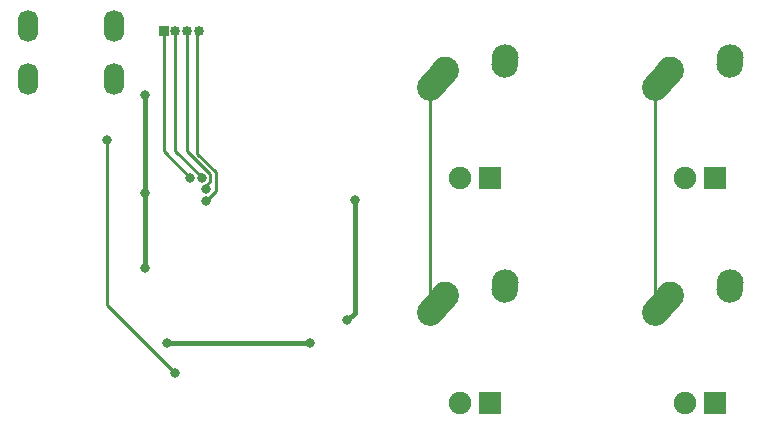
<source format=gtl>
%TF.GenerationSoftware,KiCad,Pcbnew,7.0.10*%
%TF.CreationDate,2024-01-31T10:21:27-06:00*%
%TF.ProjectId,Keyboard3x3,4b657962-6f61-4726-9433-78332e6b6963,rev?*%
%TF.SameCoordinates,Original*%
%TF.FileFunction,Copper,L1,Top*%
%TF.FilePolarity,Positive*%
%FSLAX46Y46*%
G04 Gerber Fmt 4.6, Leading zero omitted, Abs format (unit mm)*
G04 Created by KiCad (PCBNEW 7.0.10) date 2024-01-31 10:21:27*
%MOMM*%
%LPD*%
G01*
G04 APERTURE LIST*
G04 Aperture macros list*
%AMHorizOval*
0 Thick line with rounded ends*
0 $1 width*
0 $2 $3 position (X,Y) of the first rounded end (center of the circle)*
0 $4 $5 position (X,Y) of the second rounded end (center of the circle)*
0 Add line between two ends*
20,1,$1,$2,$3,$4,$5,0*
0 Add two circle primitives to create the rounded ends*
1,1,$1,$2,$3*
1,1,$1,$4,$5*%
G04 Aperture macros list end*
%TA.AperFunction,ComponentPad*%
%ADD10R,0.850000X0.850000*%
%TD*%
%TA.AperFunction,ComponentPad*%
%ADD11O,0.850000X0.850000*%
%TD*%
%TA.AperFunction,ComponentPad*%
%ADD12HorizOval,2.250000X0.655001X0.730000X-0.655001X-0.730000X0*%
%TD*%
%TA.AperFunction,ComponentPad*%
%ADD13C,2.250000*%
%TD*%
%TA.AperFunction,ComponentPad*%
%ADD14HorizOval,2.250000X0.020000X0.290000X-0.020000X-0.290000X0*%
%TD*%
%TA.AperFunction,ComponentPad*%
%ADD15C,1.905000*%
%TD*%
%TA.AperFunction,ComponentPad*%
%ADD16R,1.905000X1.905000*%
%TD*%
%TA.AperFunction,ComponentPad*%
%ADD17O,1.700000X2.700000*%
%TD*%
%TA.AperFunction,ViaPad*%
%ADD18C,0.800000*%
%TD*%
%TA.AperFunction,Conductor*%
%ADD19C,0.254000*%
%TD*%
%TA.AperFunction,Conductor*%
%ADD20C,0.381000*%
%TD*%
G04 APERTURE END LIST*
D10*
%TO.P,J5,1,Pin_1*%
%TO.N,Net-(J5-Pin_1)*%
X52460000Y-49920000D03*
D11*
%TO.P,J5,2,Pin_2*%
%TO.N,Net-(J5-Pin_2)*%
X53460000Y-49920000D03*
%TO.P,J5,3,Pin_3*%
%TO.N,Net-(J5-Pin_3)*%
X54460000Y-49920000D03*
%TO.P,J5,4,Pin_4*%
%TO.N,Net-(J5-Pin_4)*%
X55460000Y-49920000D03*
%TD*%
D12*
%TO.P,MX3,1,COL*%
%TO.N,COL1*%
X94710001Y-53955000D03*
D13*
X95365000Y-53225000D03*
D14*
%TO.P,MX3,2,ROW*%
%TO.N,Net-(D3-A)*%
X100385000Y-52435000D03*
D13*
X100405000Y-52145000D03*
D15*
%TO.P,MX3,3*%
%TO.N,N/C*%
X96595000Y-62305000D03*
D16*
%TO.P,MX3,4*%
X99135000Y-62305000D03*
%TD*%
D12*
%TO.P,MX1,1,COL*%
%TO.N,COL0*%
X75660001Y-53955000D03*
D13*
X76315000Y-53225000D03*
D14*
%TO.P,MX1,2,ROW*%
%TO.N,Net-(D1-A)*%
X81335000Y-52435000D03*
D13*
X81355000Y-52145000D03*
D15*
%TO.P,MX1,3*%
%TO.N,N/C*%
X77545000Y-62305000D03*
D16*
%TO.P,MX1,4*%
X80085000Y-62305000D03*
%TD*%
D12*
%TO.P,MX2,1,COL*%
%TO.N,COL0*%
X75660001Y-73005000D03*
D13*
X76315000Y-72275000D03*
D14*
%TO.P,MX2,2,ROW*%
%TO.N,Net-(D2-A)*%
X81335000Y-71485000D03*
D13*
X81355000Y-71195000D03*
D15*
%TO.P,MX2,3*%
%TO.N,N/C*%
X77545000Y-81355000D03*
D16*
%TO.P,MX2,4*%
X80085000Y-81355000D03*
%TD*%
D12*
%TO.P,MX4,1,COL*%
%TO.N,COL1*%
X94710001Y-73005000D03*
D13*
X95365000Y-72275000D03*
D14*
%TO.P,MX4,2,ROW*%
%TO.N,Net-(D4-A)*%
X100385000Y-71485000D03*
D13*
X100405000Y-71195000D03*
D15*
%TO.P,MX4,3*%
%TO.N,N/C*%
X96595000Y-81355000D03*
D16*
%TO.P,MX4,4*%
X99135000Y-81355000D03*
%TD*%
D17*
%TO.P,USB1,6,SHIELD*%
%TO.N,GND*%
X48302000Y-49450000D03*
X41002000Y-49450000D03*
X48302000Y-53950000D03*
X41002000Y-53950000D03*
%TD*%
D18*
%TO.N,Net-(J5-Pin_4)*%
X56032854Y-64296716D03*
%TO.N,Net-(J5-Pin_3)*%
X56076072Y-63225364D03*
%TO.N,Net-(J5-Pin_2)*%
X55685003Y-62305000D03*
%TO.N,Net-(J5-Pin_1)*%
X54685000Y-62305000D03*
%TO.N,+5V*%
X50875000Y-63575000D03*
X50875000Y-69925000D03*
X68020000Y-74370000D03*
X68655000Y-64210000D03*
X64845000Y-76275000D03*
X52780000Y-76275000D03*
X50875000Y-55320000D03*
%TO.N,Net-(U1-~{RESET})*%
X53415000Y-78815000D03*
X47700000Y-59130000D03*
%TD*%
D19*
%TO.N,Net-(J5-Pin_4)*%
X55320000Y-50060000D02*
X55460000Y-49920000D01*
X55320000Y-60269811D02*
X55320000Y-50060000D01*
X56866003Y-61815814D02*
X55320000Y-60269811D01*
X56866003Y-63463567D02*
X56866003Y-61815814D01*
X56032854Y-64296716D02*
X56866003Y-63463567D01*
%TO.N,Net-(J5-Pin_2)*%
X53460000Y-60051866D02*
X53460000Y-49920000D01*
%TO.N,Net-(J5-Pin_3)*%
X55792773Y-63225364D02*
X56412003Y-62606134D01*
X56076072Y-63225364D02*
X55792773Y-63225364D01*
X56412003Y-62606134D02*
X56412003Y-62003866D01*
X56412003Y-62003866D02*
X54460000Y-60051863D01*
X54460000Y-60051863D02*
X54460000Y-49920000D01*
%TO.N,Net-(J5-Pin_2)*%
X55685003Y-62305000D02*
X55685003Y-62276869D01*
X55685003Y-62276869D02*
X53460000Y-60051866D01*
%TO.N,Net-(J5-Pin_1)*%
X54685000Y-62305000D02*
X52460000Y-60080000D01*
X52460000Y-60080000D02*
X52460000Y-49920000D01*
D20*
%TO.N,+5V*%
X50875000Y-63575000D02*
X50875000Y-55320000D01*
X50875000Y-69925000D02*
X50875000Y-63575000D01*
X68655000Y-73735000D02*
X68655000Y-64210000D01*
X52780000Y-76275000D02*
X64845000Y-76275000D01*
X68020000Y-74370000D02*
X68655000Y-73735000D01*
D19*
%TO.N,COL0*%
X75005000Y-54685000D02*
X75005000Y-73735000D01*
%TO.N,COL1*%
X94055000Y-54685000D02*
X94055000Y-73735000D01*
%TO.N,Net-(U1-~{RESET})*%
X47700000Y-73100000D02*
X47700000Y-59130000D01*
X53415000Y-78815000D02*
X47700000Y-73100000D01*
%TD*%
M02*

</source>
